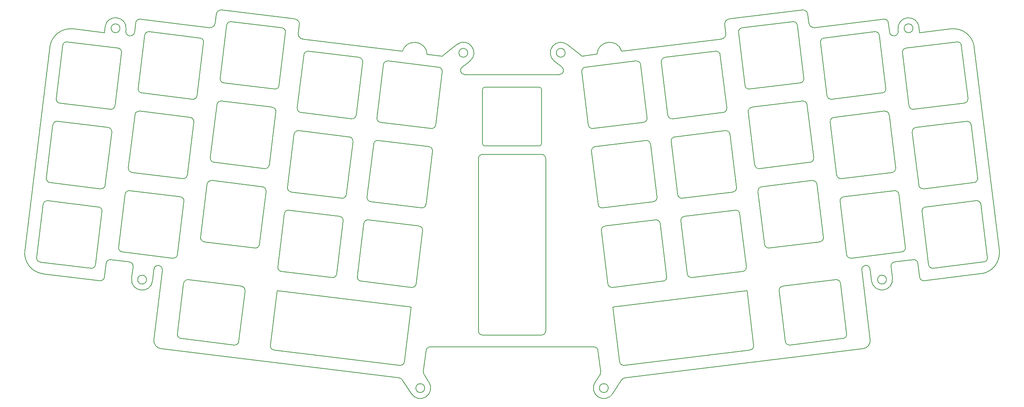
<source format=gm1>
G04 #@! TF.GenerationSoftware,KiCad,Pcbnew,7.0.7-7.0.7~ubuntu23.04.1*
G04 #@! TF.CreationDate,2023-08-23T01:39:27+00:00*
G04 #@! TF.ProjectId,le_capybara_plate,6c655f63-6170-4796-9261-72615f706c61,v0.1*
G04 #@! TF.SameCoordinates,PX8bd8a70PY50733a9*
G04 #@! TF.FileFunction,Profile,NP*
%FSLAX46Y46*%
G04 Gerber Fmt 4.6, Leading zero omitted, Abs format (unit mm)*
G04 Created by KiCad (PCBNEW 7.0.7-7.0.7~ubuntu23.04.1) date 2023-08-23 01:39:27*
%MOMM*%
%LPD*%
G01*
G04 APERTURE LIST*
G04 #@! TA.AperFunction,Profile*
%ADD10C,0.200000*%
G04 #@! TD*
G04 APERTURE END LIST*
D10*
X77682917Y-58995632D02*
X95052477Y-61128345D01*
X130002631Y-69966074D02*
X133525011Y-67208887D01*
X243493502Y-122541636D02*
G75*
G03*
X244607885Y-123412317I992598J121936D01*
G01*
X173443954Y-146544944D02*
X230025537Y-139597600D01*
X153139472Y-91358057D02*
X140139472Y-91358057D01*
X50197233Y-119273574D02*
X49795467Y-122545699D01*
X30863549Y-116191113D02*
G75*
G03*
X35216943Y-121763192I4962551J-609487D01*
G01*
X136609867Y-71143852D02*
G75*
G03*
X133525011Y-67208887I-1542467J1967452D01*
G01*
X166363422Y-147599714D02*
G75*
G03*
X170552210Y-150329837I2094378J-1365086D01*
G01*
X136117430Y-69176357D02*
G75*
G03*
X136117430Y-69176357I-1050000J0D01*
G01*
X51311653Y-118402862D02*
G75*
G03*
X50197234Y-119273574I-121953J-992438D01*
G01*
X61558128Y-120668517D02*
X61215624Y-123457990D01*
X122736741Y-150333918D02*
X120560880Y-146995520D01*
X55746721Y-65124164D02*
X55826748Y-65133990D01*
X258071990Y-121759108D02*
G75*
G03*
X262425377Y-116187055I-609190J4962608D01*
G01*
X96097289Y-62465643D02*
X95839839Y-64562398D01*
X230025536Y-139597589D02*
G75*
G03*
X231766889Y-137368768I-243736J1985089D01*
G01*
X127205790Y-139149902D02*
X166082638Y-139146364D01*
X243493469Y-122541640D02*
X243091703Y-119269515D01*
X54876034Y-64009747D02*
G75*
G03*
X55746721Y-65124163I992566J-121853D01*
G01*
X61522046Y-137372827D02*
X63543155Y-120912212D01*
X56595463Y-120059178D02*
G75*
G03*
X55724720Y-118944754I-992663J121778D01*
G01*
X56252893Y-122848643D02*
X56595397Y-120059170D01*
X217200710Y-62133147D02*
G75*
G03*
X218538067Y-63177949I1191290J146547D01*
G01*
X63263399Y-139601659D02*
X119844982Y-146549003D01*
X243356838Y-63035489D02*
G75*
G03*
X238368964Y-63647923I-2493938J-306211D01*
G01*
X232073312Y-123453931D02*
X231730808Y-120664458D01*
X74750870Y-63182004D02*
G75*
G03*
X76088171Y-62137199I146130J1191204D01*
G01*
X196404283Y-65895631D02*
G75*
G03*
X197449097Y-64558339I-146083J1190931D01*
G01*
X232073347Y-123453927D02*
G75*
G03*
X237036042Y-122844584I2481353J304627D01*
G01*
X140139472Y-77358057D02*
X153139472Y-77358057D01*
X95839848Y-64562399D02*
G75*
G03*
X96884652Y-65899695I1190852J-146401D01*
G01*
X134779321Y-72573626D02*
G75*
G03*
X135394999Y-74361699I615579J-788074D01*
G01*
X96097284Y-62465642D02*
G75*
G03*
X95052475Y-61128345I-1191184J146142D01*
G01*
X256488493Y-67835015D02*
X262425377Y-116187055D01*
X159271506Y-69172298D02*
G75*
G03*
X159271506Y-69172298I-1050000J0D01*
G01*
X126463206Y-69527659D02*
X130002631Y-69966074D01*
X154640692Y-94348132D02*
X154640691Y-135348130D01*
X135394999Y-74361699D02*
X157895290Y-74358473D01*
X243523049Y-64389422D02*
X250916415Y-63481631D01*
X163286305Y-69962015D02*
X166825730Y-69523600D01*
X153640692Y-136348133D02*
X139640692Y-136348133D01*
X136609849Y-71143829D02*
X134779303Y-72573604D01*
X54919971Y-63651982D02*
G75*
G03*
X49932129Y-63039552I-2493921J306212D01*
G01*
X218538067Y-63177950D02*
X234959918Y-61161600D01*
X56252895Y-122848643D02*
G75*
G03*
X61215624Y-123457990I2481365J-304667D01*
G01*
X161709203Y-68729846D02*
X163286305Y-69962015D01*
X42372521Y-63485690D02*
X49765887Y-64393481D01*
X58329012Y-61165708D02*
G75*
G03*
X57214603Y-62036336I-121912J-992492D01*
G01*
X127205790Y-139149882D02*
G75*
G03*
X126214751Y-140017014I110J-1000018D01*
G01*
X126463228Y-69527658D02*
G75*
G03*
X120587334Y-68806191I-3002528J-165242D01*
G01*
X237564220Y-118940724D02*
G75*
G03*
X236693540Y-120055111I121780J-992476D01*
G01*
X159763925Y-67204825D02*
X161709203Y-68729846D01*
X42372519Y-63485705D02*
G75*
G03*
X36800443Y-67839074I-609219J-4962895D01*
G01*
X138640767Y-135348132D02*
G75*
G03*
X139640692Y-136348133I1000233J232D01*
G01*
X197449097Y-64558339D02*
X197191647Y-62461584D01*
X236693539Y-120055111D02*
X237036043Y-122844584D01*
X235604679Y-123149257D02*
G75*
G03*
X235604679Y-123149257I-1050001J0D01*
G01*
X58329018Y-61165659D02*
X74750869Y-63182009D01*
X153639543Y-77858057D02*
G75*
G03*
X153139472Y-77358057I-500043J-43D01*
G01*
X258071993Y-121759133D02*
X244607885Y-123412317D01*
X236074307Y-62032280D02*
G75*
G03*
X234959918Y-61161601I-992507J-121820D01*
G01*
X172728056Y-146991461D02*
X170552195Y-150329859D01*
X153639472Y-77858057D02*
X153639472Y-90858057D01*
X48681051Y-123416373D02*
G75*
G03*
X49795467Y-122545699I121849J992573D01*
G01*
X55826750Y-65133972D02*
G75*
G03*
X56941164Y-64263313I121850J992572D01*
G01*
X167073850Y-140013399D02*
X167747194Y-145032513D01*
X236347789Y-64259252D02*
G75*
G03*
X237462188Y-65129931I992611J121952D01*
G01*
X139640692Y-93348132D02*
X153640692Y-93348132D01*
X167073852Y-140013399D02*
G75*
G03*
X166082638Y-139146364I-991152J-133001D01*
G01*
X198236459Y-61124286D02*
X215606019Y-58991573D01*
X125881141Y-148968822D02*
G75*
G03*
X125881141Y-148968822I-1050001J0D01*
G01*
X241912885Y-63341708D02*
G75*
G03*
X241912885Y-63341708I-1050000J0D01*
G01*
X238368963Y-63647923D02*
X238412891Y-64005689D01*
X236074334Y-62032277D02*
X236347772Y-64259254D01*
X139640692Y-93348092D02*
G75*
G03*
X138640692Y-94348132I8J-1000008D01*
G01*
X256488543Y-67835009D02*
G75*
G03*
X250916415Y-63481632I-4962843J-609491D01*
G01*
X122736732Y-150333891D02*
G75*
G03*
X126925554Y-147603747I2094438J1365031D01*
G01*
X96884652Y-65899696D02*
X120587334Y-68806191D01*
X172701602Y-68802132D02*
X196404284Y-65895637D01*
X153139472Y-91358072D02*
G75*
G03*
X153639472Y-90858057I28J499972D01*
G01*
X243091677Y-119269518D02*
G75*
G03*
X241977287Y-118398839I-992477J-121782D01*
G01*
X154640668Y-94348132D02*
G75*
G03*
X153640692Y-93348132I-999968J32D01*
G01*
X166363381Y-147599689D02*
X167593882Y-145711350D01*
X159763919Y-67204835D02*
G75*
G03*
X156679087Y-71139770I-1542419J-1967465D01*
G01*
X139639472Y-90858057D02*
X139639472Y-77858057D01*
X157895290Y-74358488D02*
G75*
G03*
X158510700Y-72570378I-90J999988D01*
G01*
X169507797Y-148964763D02*
G75*
G03*
X169507797Y-148964763I-1050001J0D01*
G01*
X48681051Y-123416376D02*
X35216943Y-121763192D01*
X237564216Y-118940695D02*
X241977287Y-118398838D01*
X51311649Y-118402897D02*
X55724720Y-118944754D01*
X125541773Y-145036576D02*
G75*
G03*
X125695054Y-145715409I991127J-132924D01*
G01*
X125695054Y-145715409D02*
X126925555Y-147603748D01*
X54876045Y-64009748D02*
X54919973Y-63651982D01*
X173443957Y-146544965D02*
G75*
G03*
X172728057Y-146991461I121843J-992535D01*
G01*
X172701601Y-68802132D02*
G75*
G03*
X166825731Y-69523600I-2873351J-886728D01*
G01*
X216943315Y-60036384D02*
X217200764Y-62133140D01*
X231730816Y-120664421D02*
G75*
G03*
X229745781Y-120908153I-992516J-121879D01*
G01*
X243522605Y-64385805D02*
X243356807Y-63035493D01*
X167593876Y-145711346D02*
G75*
G03*
X167747194Y-145032513I-837776J545946D01*
G01*
X61522050Y-137372828D02*
G75*
G03*
X63263399Y-139601659I1985050J-243772D01*
G01*
X138640692Y-135348132D02*
X138640692Y-94348132D01*
X198236459Y-61124267D02*
G75*
G03*
X197191648Y-62461584I146341J-1191133D01*
G01*
X237462188Y-65129931D02*
X237542215Y-65120105D01*
X76088172Y-62137199D02*
X76345621Y-60040443D01*
X59784259Y-123153316D02*
G75*
G03*
X59784259Y-123153316I-1050001J0D01*
G01*
X125541742Y-145036572D02*
X126214750Y-140017014D01*
X56941164Y-64263313D02*
X57214602Y-62036336D01*
X120560891Y-146995513D02*
G75*
G03*
X119844982Y-146549003I-837791J-546087D01*
G01*
X158510700Y-72570378D02*
X156679087Y-71139770D01*
X139639543Y-90858057D02*
G75*
G03*
X140139472Y-91358057I499957J-43D01*
G01*
X53476051Y-63345767D02*
G75*
G03*
X53476051Y-63345767I-1050000J0D01*
G01*
X153640692Y-136348191D02*
G75*
G03*
X154640691Y-135348130I-92J1000091D01*
G01*
X140139472Y-77358072D02*
G75*
G03*
X139639472Y-77858057I28J-500028D01*
G01*
X30863559Y-116191114D02*
X36800443Y-67839074D01*
X49932129Y-63039552D02*
X49766331Y-64389864D01*
X216943396Y-60036375D02*
G75*
G03*
X215606019Y-58991574I-1191196J-146425D01*
G01*
X237542212Y-65120078D02*
G75*
G03*
X238412891Y-64005689I-121912J992578D01*
G01*
X229745781Y-120908153D02*
X231766890Y-137368768D01*
X63543082Y-120912203D02*
G75*
G03*
X61558132Y-120668481I-992482J121803D01*
G01*
X77682925Y-58995569D02*
G75*
G03*
X76345622Y-60040444I-146025J-1191331D01*
G01*
X187637054Y-108092549D02*
X199646863Y-106617930D01*
X200761278Y-107488607D02*
X202309019Y-120093943D01*
X188314118Y-121812301D02*
X186766377Y-109206965D01*
X201438342Y-121208359D02*
X189428533Y-122682978D01*
X200761277Y-107488607D02*
G75*
G03*
X199646863Y-106617931I-992544J-121868D01*
G01*
X187637054Y-108092551D02*
G75*
G03*
X186766378Y-109206965I121868J-992544D01*
G01*
X201438342Y-121208358D02*
G75*
G03*
X202309018Y-120093943I-121869J992545D01*
G01*
X188314119Y-121812301D02*
G75*
G03*
X189428533Y-122682977I992545J121869D01*
G01*
X205964656Y-101043937D02*
X217974465Y-99569318D01*
X219088880Y-100439995D02*
X220636621Y-113045331D01*
X206641720Y-114763689D02*
X205093979Y-102158353D01*
X219765944Y-114159747D02*
X207756135Y-115634366D01*
X219088879Y-100439995D02*
G75*
G03*
X217974465Y-99569319I-992544J-121868D01*
G01*
X205964656Y-101043939D02*
G75*
G03*
X205093980Y-102158353I121868J-992544D01*
G01*
X219765944Y-114159746D02*
G75*
G03*
X220636620Y-113045331I-121869J992545D01*
G01*
X206641721Y-114763689D02*
G75*
G03*
X207756135Y-115634365I992545J121869D01*
G01*
X127401637Y-87188581D02*
X115391828Y-85713962D01*
X114521151Y-84599546D02*
X116068892Y-71994210D01*
X130063793Y-73712568D02*
X128516052Y-86317904D01*
X117183307Y-71123533D02*
X129193116Y-72598152D01*
X114521151Y-84599546D02*
G75*
G03*
X115391828Y-85713961I992545J-121870D01*
G01*
X127401637Y-87188580D02*
G75*
G03*
X128516051Y-86317904I121870J992544D01*
G01*
X117183307Y-71123534D02*
G75*
G03*
X116068893Y-71994210I-121869J-992545D01*
G01*
X130063792Y-73712568D02*
G75*
G03*
X129193116Y-72598153I-992545J121870D01*
G01*
X125080026Y-106096585D02*
X113070217Y-104621966D01*
X112199540Y-103507550D02*
X113747281Y-90902214D01*
X127742182Y-92620572D02*
X126194441Y-105225908D01*
X114861696Y-90031537D02*
X126871505Y-91506156D01*
X112199540Y-103507550D02*
G75*
G03*
X113070217Y-104621965I992545J-121870D01*
G01*
X125080026Y-106096584D02*
G75*
G03*
X126194440Y-105225908I121870J992544D01*
G01*
X114861696Y-90031538D02*
G75*
G03*
X113747282Y-90902214I-121869J-992545D01*
G01*
X127742181Y-92620572D02*
G75*
G03*
X126871505Y-91506157I-992545J121870D01*
G01*
X83186825Y-125838301D02*
X81712206Y-137848110D01*
X80597790Y-138718787D02*
X67992454Y-137171046D01*
X69710812Y-123176145D02*
X82316148Y-124723886D01*
X67121777Y-136056631D02*
X68596396Y-124046822D01*
X80597790Y-138718787D02*
G75*
G03*
X81712205Y-137848110I121870J992545D01*
G01*
X83186824Y-125838301D02*
G75*
G03*
X82316148Y-124723887I-992544J121870D01*
G01*
X67121778Y-136056631D02*
G75*
G03*
X67992454Y-137171045I992545J-121869D01*
G01*
X69710812Y-123176146D02*
G75*
G03*
X68596397Y-124046822I-121870J-992545D01*
G01*
X225453063Y-103449327D02*
X237462872Y-101974708D01*
X238577287Y-102845385D02*
X240125028Y-115450721D01*
X226130127Y-117169079D02*
X224582386Y-104563743D01*
X239254351Y-116565137D02*
X227244542Y-118039756D01*
X238577286Y-102845385D02*
G75*
G03*
X237462872Y-101974709I-992544J-121868D01*
G01*
X225453063Y-103449329D02*
G75*
G03*
X224582387Y-104563743I121868J-992544D01*
G01*
X239254351Y-116565136D02*
G75*
G03*
X240125027Y-115450721I-121869J992545D01*
G01*
X226130128Y-117169079D02*
G75*
G03*
X227244542Y-118039755I992545J121869D01*
G01*
X223131452Y-84541323D02*
X235141261Y-83066704D01*
X236255676Y-83937381D02*
X237803417Y-96542717D01*
X223808516Y-98261075D02*
X222260775Y-85655739D01*
X236932740Y-97657133D02*
X224922931Y-99131752D01*
X236255675Y-83937381D02*
G75*
G03*
X235141261Y-83066705I-992544J-121868D01*
G01*
X223131452Y-84541325D02*
G75*
G03*
X222260776Y-85655739I121868J-992544D01*
G01*
X236932740Y-97657132D02*
G75*
G03*
X237803416Y-96542717I-121869J992545D01*
G01*
X223808517Y-98261075D02*
G75*
G03*
X224922931Y-99131751I992545J121869D01*
G01*
X66034403Y-118039756D02*
X54024594Y-116565137D01*
X53153917Y-115450721D02*
X54701658Y-102845385D01*
X68696559Y-104563743D02*
X67148818Y-117169079D01*
X55816073Y-101974708D02*
X67825882Y-103449327D01*
X53153917Y-115450721D02*
G75*
G03*
X54024594Y-116565136I992545J-121870D01*
G01*
X66034403Y-118039755D02*
G75*
G03*
X67148817Y-117169079I121870J992544D01*
G01*
X55816073Y-101974709D02*
G75*
G03*
X54701659Y-102845385I-121869J-992545D01*
G01*
X68696558Y-104563743D02*
G75*
G03*
X67825882Y-103449328I-992545J121870D01*
G01*
X168729050Y-110414160D02*
X180738859Y-108939541D01*
X181853274Y-109810218D02*
X183401015Y-122415554D01*
X169406114Y-124133912D02*
X167858373Y-111528576D01*
X182530338Y-123529970D02*
X170520529Y-125004589D01*
X181853273Y-109810218D02*
G75*
G03*
X180738859Y-108939542I-992544J-121868D01*
G01*
X168729050Y-110414162D02*
G75*
G03*
X167858374Y-111528576I121868J-992544D01*
G01*
X182530338Y-123529969D02*
G75*
G03*
X183401014Y-122415554I-121869J992545D01*
G01*
X169406115Y-124133912D02*
G75*
G03*
X170520529Y-125004588I992545J121869D01*
G01*
X108493633Y-84866970D02*
X96483824Y-83392351D01*
X95613147Y-82277935D02*
X97160888Y-69672599D01*
X111155789Y-71390957D02*
X109608048Y-83996293D01*
X98275303Y-68801922D02*
X110285112Y-70276541D01*
X95613147Y-82277935D02*
G75*
G03*
X96483824Y-83392350I992545J-121870D01*
G01*
X108493633Y-84866969D02*
G75*
G03*
X109608047Y-83996293I121870J992544D01*
G01*
X98275303Y-68801923D02*
G75*
G03*
X97160889Y-69672599I-121869J-992545D01*
G01*
X111155788Y-71390957D02*
G75*
G03*
X110285112Y-70276542I-992545J121870D01*
G01*
X122758415Y-125004589D02*
X110748606Y-123529970D01*
X109877929Y-122415554D02*
X111425670Y-109810218D01*
X125420571Y-111528576D02*
X123872830Y-124133912D01*
X112540085Y-108939541D02*
X124549894Y-110414160D01*
X109877929Y-122415554D02*
G75*
G03*
X110748606Y-123529969I992545J-121870D01*
G01*
X122758415Y-125004588D02*
G75*
G03*
X123872829Y-124133912I121870J992544D01*
G01*
X112540085Y-108939542D02*
G75*
G03*
X111425671Y-109810218I-121869J-992545D01*
G01*
X125420570Y-111528576D02*
G75*
G03*
X124549894Y-110414161I-992545J121870D01*
G01*
X90802450Y-125765811D02*
X122663182Y-129677817D01*
X89205962Y-138768165D02*
X90802450Y-125765811D01*
X119952278Y-143550848D02*
X90076639Y-139882581D01*
X122663182Y-129677817D02*
X121066693Y-142680171D01*
X89205962Y-138768165D02*
G75*
G03*
X90076639Y-139882580I992545J-121870D01*
G01*
X119952278Y-143550847D02*
G75*
G03*
X121066692Y-142680171I121869J992545D01*
G01*
X48867607Y-101537142D02*
X36857798Y-100062523D01*
X35987121Y-98948107D02*
X37534862Y-86342771D01*
X51529763Y-88061129D02*
X49982022Y-100666465D01*
X38649277Y-85472094D02*
X50659086Y-86946713D01*
X35987121Y-98948107D02*
G75*
G03*
X36857798Y-100062522I992545J-121870D01*
G01*
X48867607Y-101537141D02*
G75*
G03*
X49982021Y-100666465I121870J992544D01*
G01*
X38649277Y-85472095D02*
G75*
G03*
X37534863Y-86342771I-121869J-992545D01*
G01*
X51529762Y-88061129D02*
G75*
G03*
X50659086Y-86946714I-992545J121870D01*
G01*
X220809841Y-65633319D02*
X232819650Y-64158700D01*
X233934065Y-65029377D02*
X235481806Y-77634713D01*
X221486905Y-79353071D02*
X219939164Y-66747735D01*
X234611129Y-78749129D02*
X222601320Y-80223748D01*
X233934064Y-65029377D02*
G75*
G03*
X232819650Y-64158701I-992544J-121868D01*
G01*
X220809841Y-65633321D02*
G75*
G03*
X219939165Y-66747735I121868J-992544D01*
G01*
X234611129Y-78749128D02*
G75*
G03*
X235481805Y-77634713I-121869J992545D01*
G01*
X221486906Y-79353071D02*
G75*
G03*
X222601320Y-80223747I992545J121869D01*
G01*
X240298248Y-68038709D02*
X252308057Y-66564090D01*
X253422472Y-67434767D02*
X254970213Y-80040103D01*
X240975312Y-81758461D02*
X239427571Y-69153125D01*
X254099536Y-81154519D02*
X242089727Y-82629138D01*
X253422471Y-67434767D02*
G75*
G03*
X252308057Y-66564091I-992544J-121868D01*
G01*
X240298248Y-68038711D02*
G75*
G03*
X239427572Y-69153125I121868J-992544D01*
G01*
X254099536Y-81154518D02*
G75*
G03*
X254970212Y-80040103I-121869J992545D01*
G01*
X240975313Y-81758461D02*
G75*
G03*
X242089727Y-82629137I992545J121869D01*
G01*
X68356014Y-99131752D02*
X56346205Y-97657133D01*
X55475528Y-96542717D02*
X57023269Y-83937381D01*
X71018170Y-85655739D02*
X69470429Y-98261075D01*
X58137684Y-83066704D02*
X70147493Y-84541323D01*
X55475528Y-96542717D02*
G75*
G03*
X56346205Y-97657132I992545J-121870D01*
G01*
X68356014Y-99131751D02*
G75*
G03*
X69470428Y-98261075I121870J992544D01*
G01*
X58137684Y-83066705D02*
G75*
G03*
X57023270Y-83937381I-121869J-992545D01*
G01*
X71018169Y-85655739D02*
G75*
G03*
X70147493Y-84541324I-992545J121870D01*
G01*
X51189218Y-82629138D02*
X39179409Y-81154519D01*
X38308732Y-80040103D02*
X39856473Y-67434767D01*
X53851374Y-69153125D02*
X52303633Y-81758461D01*
X40970888Y-66564090D02*
X52980697Y-68038709D01*
X38308732Y-80040103D02*
G75*
G03*
X39179409Y-81154518I992545J-121870D01*
G01*
X51189218Y-82629137D02*
G75*
G03*
X52303632Y-81758461I121870J992544D01*
G01*
X40970888Y-66564091D02*
G75*
G03*
X39856474Y-67434767I-121869J-992545D01*
G01*
X53851373Y-69153125D02*
G75*
G03*
X52980697Y-68038710I-992545J121870D01*
G01*
X211574275Y-137844075D02*
X210099656Y-125834266D01*
X210970333Y-124719851D02*
X223575669Y-123172110D01*
X225294027Y-137167011D02*
X212688691Y-138714752D01*
X224690085Y-124042787D02*
X226164704Y-136052596D01*
X210970333Y-124719852D02*
G75*
G03*
X210099657Y-125834266I121868J-992544D01*
G01*
X211574277Y-137844075D02*
G75*
G03*
X212688691Y-138714751I992544J121868D01*
G01*
X224690084Y-124042787D02*
G75*
G03*
X223575669Y-123172111I-992545J-121869D01*
G01*
X225294027Y-137167010D02*
G75*
G03*
X226164703Y-136052596I-121869J992545D01*
G01*
X170615762Y-129677817D02*
X202476494Y-125765811D01*
X172212251Y-142680171D02*
X170615762Y-129677817D01*
X203202305Y-139882581D02*
X173326666Y-143550848D01*
X202476494Y-125765811D02*
X204072982Y-138768165D01*
X172212252Y-142680171D02*
G75*
G03*
X173326666Y-143550847I992544J121868D01*
G01*
X203202305Y-139882580D02*
G75*
G03*
X204072981Y-138768165I-121869J992545D01*
G01*
X70677625Y-80223748D02*
X58667816Y-78749129D01*
X57797139Y-77634713D02*
X59344880Y-65029377D01*
X73339781Y-66747735D02*
X71792040Y-79353071D01*
X60459295Y-64158700D02*
X72469104Y-65633319D01*
X57797139Y-77634713D02*
G75*
G03*
X58667816Y-78749128I992545J-121870D01*
G01*
X70677625Y-80223747D02*
G75*
G03*
X71792039Y-79353071I121870J992544D01*
G01*
X60459295Y-64158701D02*
G75*
G03*
X59344881Y-65029377I-121869J-992545D01*
G01*
X73339780Y-66747735D02*
G75*
G03*
X72469104Y-65633320I-992545J121870D01*
G01*
X87844421Y-96726362D02*
X75834612Y-95251743D01*
X74963935Y-94137327D02*
X76511676Y-81531991D01*
X90506577Y-83250349D02*
X88958836Y-95855685D01*
X77626091Y-80661314D02*
X89635900Y-82135933D01*
X74963935Y-94137327D02*
G75*
G03*
X75834612Y-95251742I992545J-121870D01*
G01*
X87844421Y-96726361D02*
G75*
G03*
X88958835Y-95855685I121870J992544D01*
G01*
X77626091Y-80661315D02*
G75*
G03*
X76511677Y-81531991I-121869J-992545D01*
G01*
X90506576Y-83250349D02*
G75*
G03*
X89635900Y-82135934I-992545J121870D01*
G01*
X244942838Y-105851503D02*
X256952647Y-104376884D01*
X258067062Y-105247561D02*
X259614803Y-117852897D01*
X245619902Y-119571255D02*
X244072161Y-106965919D01*
X258744126Y-118967313D02*
X246734317Y-120441932D01*
X258067061Y-105247561D02*
G75*
G03*
X256952647Y-104376885I-992544J-121868D01*
G01*
X244942838Y-105851505D02*
G75*
G03*
X244072162Y-106965919I121868J-992544D01*
G01*
X258744126Y-118967312D02*
G75*
G03*
X259614802Y-117852897I-121869J992545D01*
G01*
X245619903Y-119571255D02*
G75*
G03*
X246734317Y-120441931I992545J121869D01*
G01*
X46552164Y-120445966D02*
X34542355Y-118971347D01*
X33671678Y-117856931D02*
X35219419Y-105251595D01*
X49214320Y-106969953D02*
X47666579Y-119575289D01*
X36333834Y-104380918D02*
X48343643Y-105855537D01*
X33671678Y-117856931D02*
G75*
G03*
X34542355Y-118971346I992545J-121870D01*
G01*
X46552164Y-120445965D02*
G75*
G03*
X47666578Y-119575289I121870J992544D01*
G01*
X36333834Y-104380919D02*
G75*
G03*
X35219420Y-105251595I-121869J-992545D01*
G01*
X49214319Y-106969953D02*
G75*
G03*
X48343643Y-105855538I-992545J121870D01*
G01*
X103850411Y-122682978D02*
X91840602Y-121208359D01*
X90969925Y-120093943D02*
X92517666Y-107488607D01*
X106512567Y-109206965D02*
X104964826Y-121812301D01*
X93632081Y-106617930D02*
X105641890Y-108092549D01*
X90969925Y-120093943D02*
G75*
G03*
X91840602Y-121208358I992545J-121870D01*
G01*
X103850411Y-122682977D02*
G75*
G03*
X104964825Y-121812301I121870J992544D01*
G01*
X93632081Y-106617931D02*
G75*
G03*
X92517667Y-107488607I-121869J-992545D01*
G01*
X106512566Y-109206965D02*
G75*
G03*
X105641890Y-108092550I-992545J121870D01*
G01*
X85522810Y-115634366D02*
X73513001Y-114159747D01*
X72642324Y-113045331D02*
X74190065Y-100439995D01*
X88184966Y-102158353D02*
X86637225Y-114763689D01*
X75304480Y-99569318D02*
X87314289Y-101043937D01*
X72642324Y-113045331D02*
G75*
G03*
X73513001Y-114159746I992545J-121870D01*
G01*
X85522810Y-115634365D02*
G75*
G03*
X86637224Y-114763689I121870J992544D01*
G01*
X75304480Y-99569319D02*
G75*
G03*
X74190066Y-100439995I-121869J-992545D01*
G01*
X88184965Y-102158353D02*
G75*
G03*
X87314289Y-101043938I-992545J121870D01*
G01*
X242619859Y-86946713D02*
X254629668Y-85472094D01*
X255744083Y-86342771D02*
X257291824Y-98948107D01*
X243296923Y-100666465D02*
X241749182Y-88061129D01*
X256421147Y-100062523D02*
X244411338Y-101537142D01*
X255744082Y-86342771D02*
G75*
G03*
X254629668Y-85472095I-992544J-121868D01*
G01*
X242619859Y-86946715D02*
G75*
G03*
X241749183Y-88061129I121868J-992544D01*
G01*
X256421147Y-100062522D02*
G75*
G03*
X257291823Y-98948107I-121869J992545D01*
G01*
X243296924Y-100666465D02*
G75*
G03*
X244411338Y-101537141I992545J121869D01*
G01*
X164085828Y-72598152D02*
X176095637Y-71123533D01*
X177210052Y-71994210D02*
X178757793Y-84599546D01*
X164762892Y-86317904D02*
X163215151Y-73712568D01*
X177887116Y-85713962D02*
X165877307Y-87188581D01*
X177210051Y-71994210D02*
G75*
G03*
X176095637Y-71123534I-992544J-121868D01*
G01*
X164085828Y-72598154D02*
G75*
G03*
X163215152Y-73712568I121868J-992544D01*
G01*
X177887116Y-85713961D02*
G75*
G03*
X178757792Y-84599546I-121869J992545D01*
G01*
X164762893Y-86317904D02*
G75*
G03*
X165877307Y-87188580I992545J121869D01*
G01*
X185315443Y-89184545D02*
X197325252Y-87709926D01*
X198439667Y-88580603D02*
X199987408Y-101185939D01*
X185992507Y-102904297D02*
X184444766Y-90298961D01*
X199116731Y-102300355D02*
X187106922Y-103774974D01*
X198439666Y-88580603D02*
G75*
G03*
X197325252Y-87709927I-992544J-121868D01*
G01*
X185315443Y-89184547D02*
G75*
G03*
X184444767Y-90298961I121868J-992544D01*
G01*
X199116731Y-102300354D02*
G75*
G03*
X199987407Y-101185939I-121869J992545D01*
G01*
X185992508Y-102904297D02*
G75*
G03*
X187106922Y-103774973I992545J121869D01*
G01*
X166407439Y-91506156D02*
X178417248Y-90031537D01*
X179531663Y-90902214D02*
X181079404Y-103507550D01*
X167084503Y-105225908D02*
X165536762Y-92620572D01*
X180208727Y-104621966D02*
X168198918Y-106096585D01*
X179531662Y-90902214D02*
G75*
G03*
X178417248Y-90031538I-992544J-121868D01*
G01*
X166407439Y-91506158D02*
G75*
G03*
X165536763Y-92620572I121868J-992544D01*
G01*
X180208727Y-104621965D02*
G75*
G03*
X181079403Y-103507550I-121869J992545D01*
G01*
X167084504Y-105225908D02*
G75*
G03*
X168198918Y-106096584I992545J121869D01*
G01*
X201321434Y-63227929D02*
X213331243Y-61753310D01*
X214445658Y-62623987D02*
X215993399Y-75229323D01*
X201998498Y-76947681D02*
X200450757Y-64342345D01*
X215122722Y-76343739D02*
X203112913Y-77818358D01*
X214445657Y-62623987D02*
G75*
G03*
X213331243Y-61753311I-992544J-121868D01*
G01*
X201321434Y-63227931D02*
G75*
G03*
X200450758Y-64342345I121868J-992544D01*
G01*
X215122722Y-76343738D02*
G75*
G03*
X215993398Y-75229323I-121869J992545D01*
G01*
X201998499Y-76947681D02*
G75*
G03*
X203112913Y-77818357I992545J121869D01*
G01*
X182993832Y-70276541D02*
X195003641Y-68801922D01*
X196118056Y-69672599D02*
X197665797Y-82277935D01*
X183670896Y-83996293D02*
X182123155Y-71390957D01*
X196795120Y-83392351D02*
X184785311Y-84866970D01*
X196118055Y-69672599D02*
G75*
G03*
X195003641Y-68801923I-992544J-121868D01*
G01*
X182993832Y-70276543D02*
G75*
G03*
X182123156Y-71390957I121868J-992544D01*
G01*
X196795120Y-83392350D02*
G75*
G03*
X197665796Y-82277935I-121869J992545D01*
G01*
X183670897Y-83996293D02*
G75*
G03*
X184785311Y-84866969I992545J121869D01*
G01*
X90166032Y-77818358D02*
X78156223Y-76343739D01*
X77285546Y-75229323D02*
X78833287Y-62623987D01*
X92828188Y-64342345D02*
X91280447Y-76947681D01*
X79947702Y-61753310D02*
X91957511Y-63227929D01*
X77285546Y-75229323D02*
G75*
G03*
X78156223Y-76343738I992545J-121870D01*
G01*
X90166032Y-77818357D02*
G75*
G03*
X91280446Y-76947681I121870J992544D01*
G01*
X79947702Y-61753311D02*
G75*
G03*
X78833288Y-62623987I-121869J-992545D01*
G01*
X92828187Y-64342345D02*
G75*
G03*
X91957511Y-63227930I-992545J121870D01*
G01*
X106172022Y-103774974D02*
X94162213Y-102300355D01*
X93291536Y-101185939D02*
X94839277Y-88580603D01*
X108834178Y-90298961D02*
X107286437Y-102904297D01*
X95953692Y-87709926D02*
X107963501Y-89184545D01*
X93291536Y-101185939D02*
G75*
G03*
X94162213Y-102300354I992545J-121870D01*
G01*
X106172022Y-103774973D02*
G75*
G03*
X107286436Y-102904297I121870J992544D01*
G01*
X95953692Y-87709927D02*
G75*
G03*
X94839278Y-88580603I-121869J-992545D01*
G01*
X108834177Y-90298961D02*
G75*
G03*
X107963501Y-89184546I-992545J121870D01*
G01*
X203643045Y-82135933D02*
X215652854Y-80661314D01*
X216767269Y-81531991D02*
X218315010Y-94137327D01*
X204320109Y-95855685D02*
X202772368Y-83250349D01*
X217444333Y-95251743D02*
X205434524Y-96726362D01*
X216767268Y-81531991D02*
G75*
G03*
X215652854Y-80661315I-992544J-121868D01*
G01*
X203643045Y-82135935D02*
G75*
G03*
X202772369Y-83250349I121868J-992544D01*
G01*
X217444333Y-95251742D02*
G75*
G03*
X218315009Y-94137327I-121869J992545D01*
G01*
X204320110Y-95855685D02*
G75*
G03*
X205434524Y-96726361I992545J121869D01*
G01*
M02*

</source>
